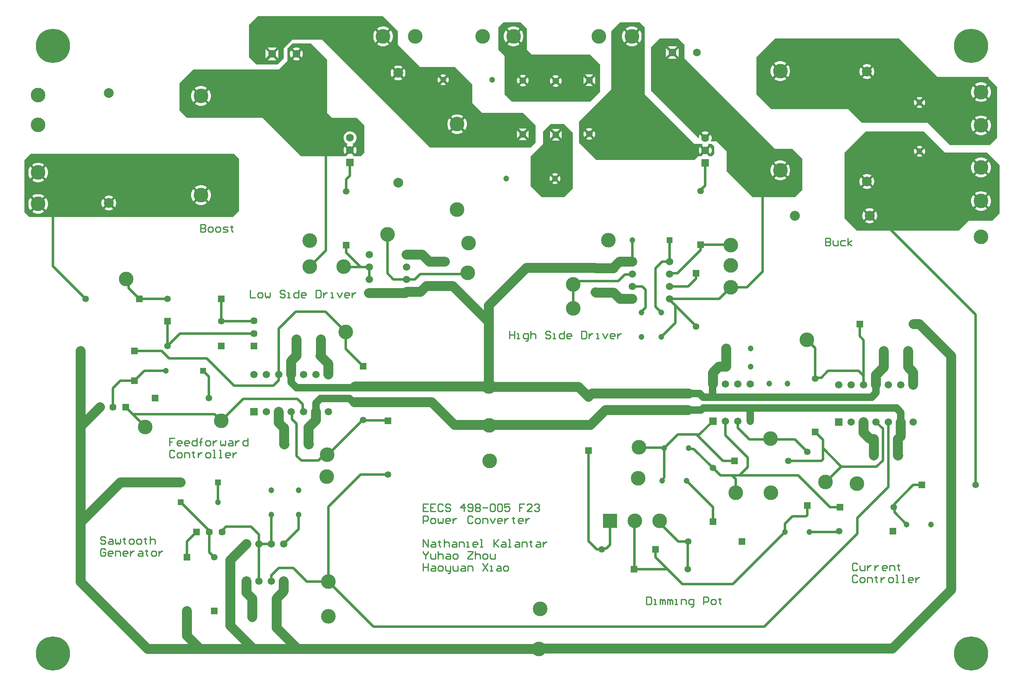
<source format=gtl>
G04*
G04 #@! TF.GenerationSoftware,Altium Limited,Altium Designer,23.2.1 (34)*
G04*
G04 Layer_Physical_Order=1*
G04 Layer_Color=255*
%FSLAX25Y25*%
%MOIN*%
G70*
G04*
G04 #@! TF.SameCoordinates,DA7EF934-4F24-4E62-B854-A3F0A750DD12*
G04*
G04*
G04 #@! TF.FilePolarity,Positive*
G04*
G01*
G75*
%ADD10C,0.08000*%
%ADD11C,0.02000*%
%ADD12C,0.06000*%
%ADD13C,0.01000*%
%ADD14C,0.11811*%
%ADD15C,0.04724*%
%ADD16R,0.05315X0.05315*%
%ADD17C,0.05315*%
%ADD18C,0.07874*%
%ADD19C,0.06299*%
%ADD20R,0.06299X0.06299*%
%ADD21R,0.06299X0.06299*%
%ADD22R,0.05709X0.05709*%
%ADD23C,0.05709*%
%ADD24R,0.05709X0.05709*%
%ADD25R,0.05315X0.05315*%
%ADD26R,0.05906X0.05906*%
%ADD27C,0.05906*%
%ADD28R,0.11811X0.11811*%
%ADD29R,0.04724X0.04724*%
%ADD30R,0.05906X0.05906*%
%ADD31C,0.27559*%
%ADD32C,0.08000*%
G36*
X422000Y544000D02*
Y527000D01*
X426000Y523000D01*
X473000D01*
X481000Y515000D01*
Y493000D01*
X473000Y485000D01*
X410000D01*
X404000Y491000D01*
Y522000D01*
X399000Y527000D01*
Y545000D01*
X403000Y549000D01*
X417000D01*
X422000Y544000D01*
D02*
G37*
G36*
X753000Y505000D02*
X794000D01*
Y504000D01*
X801000Y497000D01*
Y456000D01*
X795000Y450000D01*
X763000D01*
X745000Y468000D01*
X692000D01*
X681000Y479000D01*
X619000D01*
X607000Y491000D01*
Y521000D01*
X622000Y536000D01*
X722000D01*
X753000Y505000D01*
D02*
G37*
G36*
X318000Y542000D02*
Y531000D01*
X336000Y513000D01*
X364000D01*
X378000Y499000D01*
Y484000D01*
X386000Y476000D01*
X419000D01*
X429000Y466000D01*
Y452000D01*
X425000Y448000D01*
X344000D01*
X257000Y535000D01*
X233000D01*
X226000Y528000D01*
X226000Y520000D01*
X221000Y515000D01*
X204000D01*
X198000Y521000D01*
Y547000D01*
X205000Y554000D01*
X306000Y554000D01*
X318000Y542000D01*
D02*
G37*
G36*
X517000Y545000D02*
Y491000D01*
X557000Y451000D01*
X563407D01*
X563541Y450500D01*
X562827Y450087D01*
X565700Y447214D01*
X568573Y450087D01*
X567859Y450500D01*
X567993Y451000D01*
X571000D01*
X573000Y449000D01*
X573000Y443000D01*
X571000Y441000D01*
X568685D01*
X568551Y441500D01*
X568573Y441513D01*
X565700Y444386D01*
X562827Y441513D01*
X562849Y441500D01*
X562715Y441000D01*
X560000D01*
X557000Y438000D01*
X478000D01*
X464000Y452000D01*
Y469000D01*
X490000Y495000D01*
Y542000D01*
X497000Y549000D01*
X513000D01*
X517000Y545000D01*
D02*
G37*
G36*
X261000Y519000D02*
Y476000D01*
X265000Y472000D01*
X285000D01*
X291000Y466000D01*
Y444000D01*
X288000Y441000D01*
X284550D01*
Y441050D01*
X282298D01*
X282164Y441550D01*
X282273Y441613D01*
X279400Y444486D01*
X276527Y441613D01*
X276636Y441550D01*
X276502Y441050D01*
X274250D01*
Y441000D01*
X240000Y441000D01*
X209000Y472000D01*
X175000Y472000D01*
X148000D01*
X142000Y478000D01*
Y500000D01*
X153000Y511000D01*
X222000D01*
X229000Y518000D01*
Y528000D01*
X233000Y532000D01*
X248000D01*
X261000Y519000D01*
D02*
G37*
G36*
X549000Y531000D02*
Y520000D01*
X622000Y447000D01*
X636000D01*
X644000Y439000D01*
Y414000D01*
X638000Y408000D01*
X604000D01*
X583000Y429000D01*
Y445000D01*
X575000Y453000D01*
X570530D01*
X570280Y453433D01*
X570499Y453812D01*
X570850Y455122D01*
Y456478D01*
X570499Y457788D01*
X569987Y458673D01*
X566407Y455093D01*
X565700Y455800D01*
X564993Y455093D01*
X561413Y458673D01*
X560901Y457788D01*
X560550Y456478D01*
Y455614D01*
X560533Y455583D01*
X560050Y455343D01*
X560000Y455382D01*
Y456000D01*
X522000Y494000D01*
Y529000D01*
X529000Y536000D01*
X544000D01*
X549000Y531000D01*
D02*
G37*
G36*
X459000Y460000D02*
Y415000D01*
X452000Y408000D01*
X434000D01*
X425000Y417000D01*
Y441000D01*
X435000Y451000D01*
Y461000D01*
X441000Y467000D01*
X452000D01*
X459000Y460000D01*
D02*
G37*
G36*
X190000Y439000D02*
Y397000D01*
X185000Y392000D01*
X21000D01*
X17000Y396000D01*
Y438000D01*
X22000Y443000D01*
X186000D01*
X190000Y439000D01*
D02*
G37*
G36*
X759000Y444000D02*
X793000D01*
X803000Y434000D01*
Y395000D01*
X797000Y389000D01*
X778000D01*
X770000Y381000D01*
X688000D01*
X678000Y391000D01*
Y444000D01*
X695000Y461000D01*
X742000D01*
X759000Y444000D01*
D02*
G37*
%LPC*%
G36*
X411979Y545606D02*
X410421D01*
X408894Y545302D01*
X407455Y544706D01*
X406348Y543966D01*
X411200Y539114D01*
X416052Y543966D01*
X414945Y544706D01*
X413506Y545302D01*
X411979Y545606D01*
D02*
G37*
G36*
X417466Y542552D02*
X412614Y537700D01*
X417466Y532848D01*
X418206Y533955D01*
X418802Y535394D01*
X419105Y536921D01*
Y538479D01*
X418802Y540006D01*
X418206Y541445D01*
X417466Y542552D01*
D02*
G37*
G36*
X404934Y542552D02*
X404194Y541445D01*
X403598Y540006D01*
X403295Y538479D01*
Y536921D01*
X403598Y535394D01*
X404194Y533955D01*
X404934Y532848D01*
X409786Y537700D01*
X404934Y542552D01*
D02*
G37*
G36*
X411200Y536286D02*
X406348Y531434D01*
X407455Y530694D01*
X408894Y530098D01*
X410421Y529795D01*
X411979D01*
X413506Y530098D01*
X414945Y530694D01*
X416052Y531434D01*
X411200Y536286D01*
D02*
G37*
G36*
X475443Y506911D02*
X468957D01*
X472200Y503668D01*
X475443Y506911D01*
D02*
G37*
G36*
X419413Y506811D02*
X418187D01*
X417002Y506494D01*
X416287Y506081D01*
X418800Y503568D01*
X421313Y506081D01*
X420598Y506494D01*
X419413Y506811D01*
D02*
G37*
G36*
X445813Y506411D02*
X444587D01*
X443402Y506094D01*
X442687Y505681D01*
X445200Y503168D01*
X447713Y505681D01*
X446998Y506094D01*
X445813Y506411D01*
D02*
G37*
G36*
X414873Y504666D02*
X414460Y503951D01*
X414143Y502767D01*
Y501540D01*
X414460Y500356D01*
X414873Y499641D01*
X417386Y502153D01*
X414873Y504666D01*
D02*
G37*
G36*
X422727Y504667D02*
X420214Y502153D01*
X422727Y499641D01*
X423140Y500356D01*
X423457Y501540D01*
Y502767D01*
X423140Y503951D01*
X422727Y504667D01*
D02*
G37*
G36*
X441273Y504266D02*
X440860Y503551D01*
X440543Y502367D01*
Y501140D01*
X440860Y499956D01*
X441273Y499241D01*
X443786Y501754D01*
X441273Y504266D01*
D02*
G37*
G36*
X449127Y504267D02*
X446614Y501754D01*
X449127Y499241D01*
X449540Y499956D01*
X449858Y501140D01*
Y502367D01*
X449540Y503551D01*
X449127Y504267D01*
D02*
G37*
G36*
X476858Y505497D02*
X473614Y502253D01*
X476858Y499010D01*
Y505497D01*
D02*
G37*
G36*
X467543Y505497D02*
Y499010D01*
X470786Y502253D01*
X467543Y505497D01*
D02*
G37*
G36*
X472200Y500839D02*
X468957Y497596D01*
X475443D01*
X472200Y500839D01*
D02*
G37*
G36*
X418800Y500739D02*
X416287Y498226D01*
X417002Y497814D01*
X418187Y497496D01*
X419413D01*
X420598Y497814D01*
X421313Y498226D01*
X418800Y500739D01*
D02*
G37*
G36*
X445200Y500339D02*
X442687Y497826D01*
X443402Y497413D01*
X444587Y497096D01*
X445813D01*
X446998Y497413D01*
X447713Y497826D01*
X445200Y500339D01*
D02*
G37*
G36*
X626979Y517605D02*
X625421D01*
X623894Y517302D01*
X622455Y516706D01*
X621348Y515966D01*
X626200Y511114D01*
X631052Y515966D01*
X629945Y516706D01*
X628506Y517302D01*
X626979Y517605D01*
D02*
G37*
G36*
X696685Y515228D02*
X695515D01*
X694368Y515000D01*
X693288Y514553D01*
X692667Y514138D01*
X696100Y510706D01*
X699533Y514138D01*
X698912Y514553D01*
X697832Y515000D01*
X696685Y515228D01*
D02*
G37*
G36*
X691253Y512724D02*
X690839Y512104D01*
X690391Y511023D01*
X690163Y509876D01*
Y508707D01*
X690391Y507560D01*
X690839Y506479D01*
X691253Y505859D01*
X694686Y509291D01*
X691253Y512724D01*
D02*
G37*
G36*
X700947Y512724D02*
X697514Y509291D01*
X700947Y505859D01*
X701361Y506479D01*
X701809Y507560D01*
X702037Y508707D01*
Y509876D01*
X701809Y511023D01*
X701361Y512104D01*
X700947Y512724D01*
D02*
G37*
G36*
X632466Y514552D02*
X627614Y509700D01*
X632466Y504848D01*
X633206Y505955D01*
X633802Y507394D01*
X634105Y508921D01*
Y510479D01*
X633802Y512006D01*
X633206Y513445D01*
X632466Y514552D01*
D02*
G37*
G36*
X619934D02*
X619194Y513445D01*
X618598Y512006D01*
X618294Y510479D01*
Y508921D01*
X618598Y507394D01*
X619194Y505955D01*
X619934Y504848D01*
X624786Y509700D01*
X619934Y514552D01*
D02*
G37*
G36*
X696100Y507877D02*
X692667Y504445D01*
X693288Y504030D01*
X694368Y503582D01*
X695515Y503354D01*
X696685D01*
X697832Y503582D01*
X698912Y504030D01*
X699533Y504445D01*
X696100Y507877D01*
D02*
G37*
G36*
X626200Y508286D02*
X621348Y503434D01*
X622455Y502694D01*
X623894Y502098D01*
X625421Y501794D01*
X626979D01*
X628506Y502098D01*
X629945Y502694D01*
X631052Y503434D01*
X626200Y508286D01*
D02*
G37*
G36*
X788779Y500705D02*
X787221D01*
X785694Y500402D01*
X784255Y499806D01*
X783148Y499066D01*
X788000Y494214D01*
X792852Y499066D01*
X791745Y499806D01*
X790306Y500402D01*
X788779Y500705D01*
D02*
G37*
G36*
X794266Y497652D02*
X789414Y492800D01*
X794266Y487948D01*
X795006Y489055D01*
X795602Y490494D01*
X795905Y492021D01*
Y493579D01*
X795602Y495106D01*
X795006Y496545D01*
X794266Y497652D01*
D02*
G37*
G36*
X781734Y497652D02*
X780994Y496545D01*
X780398Y495106D01*
X780094Y493579D01*
Y492021D01*
X780398Y490494D01*
X780994Y489055D01*
X781734Y487948D01*
X786586Y492800D01*
X781734Y497652D01*
D02*
G37*
G36*
X739074Y488832D02*
X737926D01*
X736816Y488535D01*
X736203Y488181D01*
X738500Y485884D01*
X740797Y488181D01*
X740184Y488535D01*
X739074Y488832D01*
D02*
G37*
G36*
X788000Y491386D02*
X783148Y486534D01*
X784255Y485794D01*
X785694Y485198D01*
X787221Y484895D01*
X788779D01*
X790306Y485198D01*
X791745Y485794D01*
X792852Y486534D01*
X788000Y491386D01*
D02*
G37*
G36*
X742211Y486767D02*
X739914Y484470D01*
X742211Y482173D01*
X742565Y482786D01*
X742862Y483896D01*
Y485044D01*
X742565Y486154D01*
X742211Y486767D01*
D02*
G37*
G36*
X734789D02*
X734435Y486154D01*
X734138Y485044D01*
Y483896D01*
X734435Y482786D01*
X734789Y482173D01*
X737086Y484470D01*
X734789Y486767D01*
D02*
G37*
G36*
X738500Y483056D02*
X736203Y480759D01*
X736816Y480405D01*
X737926Y480108D01*
X739074D01*
X740184Y480405D01*
X740797Y480759D01*
X738500Y483056D01*
D02*
G37*
G36*
X788779Y473806D02*
X787221D01*
X785694Y473502D01*
X784255Y472906D01*
X783148Y472166D01*
X788000Y467314D01*
X792852Y472166D01*
X791745Y472906D01*
X790306Y473502D01*
X788779Y473806D01*
D02*
G37*
G36*
X794266Y470752D02*
X789414Y465900D01*
X794266Y461048D01*
X795006Y462155D01*
X795602Y463594D01*
X795905Y465121D01*
Y466679D01*
X795602Y468206D01*
X795006Y469645D01*
X794266Y470752D01*
D02*
G37*
G36*
X781734Y470752D02*
X780994Y469645D01*
X780398Y468206D01*
X780094Y466679D01*
Y465121D01*
X780398Y463594D01*
X780994Y462155D01*
X781734Y461048D01*
X786586Y465900D01*
X781734Y470752D01*
D02*
G37*
G36*
X788000Y464486D02*
X783148Y459634D01*
X784255Y458894D01*
X785694Y458298D01*
X787221Y457995D01*
X788779D01*
X790306Y458298D01*
X791745Y458894D01*
X792852Y459634D01*
X788000Y464486D01*
D02*
G37*
G36*
X306879Y545606D02*
X305321D01*
X303794Y545302D01*
X302355Y544706D01*
X301248Y543966D01*
X306100Y539114D01*
X310952Y543966D01*
X309845Y544706D01*
X308406Y545302D01*
X306879Y545606D01*
D02*
G37*
G36*
X312366Y542552D02*
X307514Y537700D01*
X312366Y532848D01*
X313106Y533955D01*
X313702Y535394D01*
X314005Y536921D01*
Y538479D01*
X313702Y540006D01*
X313106Y541445D01*
X312366Y542552D01*
D02*
G37*
G36*
X299834Y542552D02*
X299094Y541445D01*
X298498Y540006D01*
X298195Y538479D01*
Y536921D01*
X298498Y535394D01*
X299094Y533955D01*
X299834Y532848D01*
X304686Y537700D01*
X299834Y542552D01*
D02*
G37*
G36*
X306100Y536286D02*
X301248Y531434D01*
X302355Y530694D01*
X303794Y530098D01*
X305321Y529795D01*
X306879D01*
X308406Y530098D01*
X309845Y530694D01*
X310952Y531434D01*
X306100Y536286D01*
D02*
G37*
G36*
X220350Y528750D02*
X212880D01*
X216615Y525014D01*
X220350Y528750D01*
D02*
G37*
G36*
X221765Y527335D02*
X218029Y523600D01*
X221765Y519865D01*
Y527335D01*
D02*
G37*
G36*
X211465Y527335D02*
Y519865D01*
X215201Y523600D01*
X211465Y527335D01*
D02*
G37*
G36*
X216615Y522186D02*
X212880Y518450D01*
X220350D01*
X216615Y522186D01*
D02*
G37*
G36*
X318785Y514128D02*
X317615D01*
X316468Y513900D01*
X315388Y513453D01*
X314767Y513038D01*
X318200Y509606D01*
X321633Y513038D01*
X321012Y513453D01*
X319932Y513900D01*
X318785Y514128D01*
D02*
G37*
G36*
X313353Y511624D02*
X312939Y511004D01*
X312491Y509923D01*
X312263Y508776D01*
Y507607D01*
X312491Y506460D01*
X312939Y505379D01*
X313353Y504759D01*
X316786Y508191D01*
X313353Y511624D01*
D02*
G37*
G36*
X323047Y511624D02*
X319614Y508191D01*
X323047Y504759D01*
X323461Y505379D01*
X323909Y506460D01*
X324137Y507607D01*
Y508776D01*
X323909Y509923D01*
X323461Y511004D01*
X323047Y511624D01*
D02*
G37*
G36*
X355089Y506962D02*
X353941D01*
X352831Y506665D01*
X352218Y506311D01*
X354515Y504014D01*
X356812Y506311D01*
X356199Y506665D01*
X355089Y506962D01*
D02*
G37*
G36*
X318200Y506777D02*
X314767Y503344D01*
X315388Y502930D01*
X316468Y502483D01*
X317615Y502254D01*
X318785D01*
X319932Y502483D01*
X321012Y502930D01*
X321633Y503344D01*
X318200Y506777D01*
D02*
G37*
G36*
X358226Y504897D02*
X355929Y502600D01*
X358226Y500303D01*
X358580Y500916D01*
X358877Y502026D01*
Y503174D01*
X358580Y504284D01*
X358226Y504897D01*
D02*
G37*
G36*
X350804Y504897D02*
X350450Y504284D01*
X350153Y503174D01*
Y502026D01*
X350450Y500916D01*
X350804Y500303D01*
X353101Y502600D01*
X350804Y504897D01*
D02*
G37*
G36*
X354515Y501186D02*
X352218Y498889D01*
X352831Y498535D01*
X353941Y498238D01*
X355089D01*
X356199Y498535D01*
X356812Y498889D01*
X354515Y501186D01*
D02*
G37*
G36*
X366579Y474805D02*
X365021D01*
X363494Y474502D01*
X362055Y473906D01*
X360948Y473166D01*
X365800Y468314D01*
X370652Y473166D01*
X369545Y473906D01*
X368106Y474502D01*
X366579Y474805D01*
D02*
G37*
G36*
X359534Y471752D02*
X358794Y470645D01*
X358198Y469206D01*
X357894Y467679D01*
Y466121D01*
X358198Y464594D01*
X358794Y463155D01*
X359534Y462048D01*
X364386Y466900D01*
X359534Y471752D01*
D02*
G37*
G36*
X372066Y471752D02*
X367214Y466900D01*
X372066Y462048D01*
X372806Y463155D01*
X373402Y464594D01*
X373706Y466121D01*
Y467679D01*
X373402Y469206D01*
X372806Y470645D01*
X372066Y471752D01*
D02*
G37*
G36*
X422043Y463504D02*
X415557D01*
X418800Y460261D01*
X422043Y463504D01*
D02*
G37*
G36*
X365800Y465486D02*
X360948Y460634D01*
X362055Y459894D01*
X363494Y459298D01*
X365021Y458994D01*
X366579D01*
X368106Y459298D01*
X369545Y459894D01*
X370652Y460634D01*
X365800Y465486D01*
D02*
G37*
G36*
X423457Y462090D02*
X420214Y458847D01*
X423457Y455603D01*
Y462090D01*
D02*
G37*
G36*
X414143Y462090D02*
Y455603D01*
X417386Y458847D01*
X414143Y462090D01*
D02*
G37*
G36*
X418800Y457432D02*
X415557Y454189D01*
X422043D01*
X418800Y457432D01*
D02*
G37*
G36*
X507379Y545606D02*
X505821D01*
X504294Y545302D01*
X502855Y544706D01*
X501748Y543966D01*
X506600Y539114D01*
X511452Y543966D01*
X510345Y544706D01*
X508906Y545302D01*
X507379Y545606D01*
D02*
G37*
G36*
X512866Y542552D02*
X508014Y537700D01*
X512866Y532848D01*
X513606Y533955D01*
X514202Y535394D01*
X514505Y536921D01*
Y538479D01*
X514202Y540006D01*
X513606Y541445D01*
X512866Y542552D01*
D02*
G37*
G36*
X500334Y542552D02*
X499594Y541445D01*
X498998Y540006D01*
X498695Y538479D01*
Y536921D01*
X498998Y535394D01*
X499594Y533955D01*
X500334Y532848D01*
X505186Y537700D01*
X500334Y542552D01*
D02*
G37*
G36*
X506600Y536286D02*
X501748Y531434D01*
X502855Y530694D01*
X504294Y530098D01*
X505821Y529795D01*
X507379D01*
X508906Y530098D01*
X510345Y530694D01*
X511452Y531434D01*
X506600Y536286D01*
D02*
G37*
G36*
X472813Y463604D02*
X471587D01*
X470402Y463286D01*
X469687Y462874D01*
X472200Y460361D01*
X474713Y462874D01*
X473998Y463286D01*
X472813Y463604D01*
D02*
G37*
G36*
X468273Y461459D02*
X467860Y460744D01*
X467543Y459560D01*
Y458333D01*
X467860Y457149D01*
X468273Y456434D01*
X470786Y458947D01*
X468273Y461459D01*
D02*
G37*
G36*
X476127Y461459D02*
X473614Y458947D01*
X476127Y456433D01*
X476540Y457149D01*
X476858Y458333D01*
Y459560D01*
X476540Y460744D01*
X476127Y461459D01*
D02*
G37*
G36*
X472200Y457532D02*
X469687Y455019D01*
X470402Y454606D01*
X471587Y454289D01*
X472813D01*
X473998Y454606D01*
X474713Y455019D01*
X472200Y457532D01*
D02*
G37*
G36*
X561413Y448673D02*
X560901Y447788D01*
X560550Y446478D01*
Y445122D01*
X560901Y443812D01*
X561413Y442927D01*
X564286Y445800D01*
X561413Y448673D01*
D02*
G37*
G36*
X569987Y448673D02*
X567114Y445800D01*
X569987Y442927D01*
X570499Y443812D01*
X570850Y445122D01*
Y446478D01*
X570499Y447788D01*
X569987Y448673D01*
D02*
G37*
G36*
X236978Y528750D02*
X235622D01*
X234312Y528399D01*
X233427Y527887D01*
X236300Y525014D01*
X239173Y527887D01*
X238288Y528399D01*
X236978Y528750D01*
D02*
G37*
G36*
X240587Y526473D02*
X237714Y523600D01*
X240587Y520727D01*
X241099Y521612D01*
X241450Y522922D01*
Y524278D01*
X241099Y525588D01*
X240587Y526473D01*
D02*
G37*
G36*
X232013Y526473D02*
X231501Y525588D01*
X231150Y524278D01*
Y522922D01*
X231501Y521612D01*
X232013Y520727D01*
X234886Y523600D01*
X232013Y526473D01*
D02*
G37*
G36*
X236300Y522186D02*
X233427Y519313D01*
X234312Y518801D01*
X235622Y518450D01*
X236978D01*
X238288Y518801D01*
X239173Y519313D01*
X236300Y522186D01*
D02*
G37*
G36*
X160079Y497606D02*
X158521D01*
X156994Y497302D01*
X155555Y496706D01*
X154448Y495966D01*
X159300Y491114D01*
X164152Y495966D01*
X163045Y496706D01*
X161606Y497302D01*
X160079Y497606D01*
D02*
G37*
G36*
X165566Y494552D02*
X160714Y489700D01*
X165566Y484848D01*
X166306Y485955D01*
X166902Y487394D01*
X167206Y488921D01*
Y490479D01*
X166902Y492006D01*
X166306Y493445D01*
X165566Y494552D01*
D02*
G37*
G36*
X153034D02*
X152294Y493445D01*
X151698Y492006D01*
X151394Y490479D01*
Y488921D01*
X151698Y487394D01*
X152294Y485955D01*
X153034Y484848D01*
X157886Y489700D01*
X153034Y494552D01*
D02*
G37*
G36*
X159300Y488286D02*
X154448Y483434D01*
X155555Y482694D01*
X156994Y482098D01*
X158521Y481795D01*
X160079D01*
X161606Y482098D01*
X163045Y482694D01*
X164152Y483434D01*
X159300Y488286D01*
D02*
G37*
G36*
X280078Y461050D02*
X278722D01*
X277412Y460699D01*
X276238Y460021D01*
X275279Y459062D01*
X274601Y457888D01*
X274250Y456578D01*
Y455222D01*
X274601Y453912D01*
X275279Y452738D01*
X276238Y451779D01*
X277279Y451178D01*
X277323Y451019D01*
Y450781D01*
X277279Y450622D01*
X276527Y450187D01*
X279400Y447314D01*
X282273Y450187D01*
X281521Y450622D01*
X281477Y450781D01*
Y451019D01*
X281521Y451178D01*
X282562Y451779D01*
X283521Y452738D01*
X284199Y453912D01*
X284550Y455222D01*
Y456578D01*
X284199Y457888D01*
X283521Y459062D01*
X282562Y460021D01*
X281388Y460699D01*
X280078Y461050D01*
D02*
G37*
G36*
X275113Y448773D02*
X274601Y447888D01*
X274250Y446578D01*
Y445222D01*
X274601Y443912D01*
X275113Y443027D01*
X277986Y445900D01*
X275113Y448773D01*
D02*
G37*
G36*
X283687Y448773D02*
X280814Y445900D01*
X283687Y443027D01*
X284199Y443912D01*
X284550Y445222D01*
Y446578D01*
X284199Y447888D01*
X283687Y448773D01*
D02*
G37*
G36*
X542935Y529850D02*
X535465D01*
X539200Y526114D01*
X542935Y529850D01*
D02*
G37*
G36*
X544350Y528435D02*
X540614Y524700D01*
X544350Y520965D01*
Y528435D01*
D02*
G37*
G36*
X534050Y528435D02*
Y520965D01*
X537786Y524700D01*
X534050Y528435D01*
D02*
G37*
G36*
X539200Y523286D02*
X535465Y519550D01*
X542935D01*
X539200Y523286D01*
D02*
G37*
G36*
X566378Y460950D02*
X565022D01*
X563712Y460599D01*
X562827Y460087D01*
X565700Y457214D01*
X568573Y460087D01*
X567688Y460599D01*
X566378Y460950D01*
D02*
G37*
G36*
X626979Y437605D02*
X625421D01*
X623894Y437302D01*
X622455Y436706D01*
X621348Y435966D01*
X626200Y431114D01*
X631052Y435966D01*
X629945Y436706D01*
X628506Y437302D01*
X626979Y437605D01*
D02*
G37*
G36*
X632466Y434552D02*
X627614Y429700D01*
X632466Y424848D01*
X633206Y425955D01*
X633802Y427394D01*
X634105Y428921D01*
Y430479D01*
X633802Y432006D01*
X633206Y433445D01*
X632466Y434552D01*
D02*
G37*
G36*
X619934D02*
X619194Y433445D01*
X618598Y432006D01*
X618294Y430479D01*
Y428921D01*
X618598Y427394D01*
X619194Y425955D01*
X619934Y424848D01*
X624786Y429700D01*
X619934Y434552D01*
D02*
G37*
G36*
X626200Y428286D02*
X621348Y423434D01*
X622455Y422694D01*
X623894Y422098D01*
X625421Y421795D01*
X626979D01*
X628506Y422098D01*
X629945Y422694D01*
X631052Y423434D01*
X626200Y428286D01*
D02*
G37*
G36*
X448443Y463104D02*
X441957D01*
X445200Y459861D01*
X448443Y463104D01*
D02*
G37*
G36*
X449858Y461690D02*
X446614Y458447D01*
X449858Y455203D01*
Y461690D01*
D02*
G37*
G36*
X440543Y461690D02*
Y455203D01*
X443786Y458447D01*
X440543Y461690D01*
D02*
G37*
G36*
X445200Y457032D02*
X441957Y453789D01*
X448443D01*
X445200Y457032D01*
D02*
G37*
G36*
X445159Y427362D02*
X444011D01*
X442901Y427065D01*
X442288Y426711D01*
X444585Y424414D01*
X446882Y426711D01*
X446269Y427065D01*
X445159Y427362D01*
D02*
G37*
G36*
X440874Y425297D02*
X440520Y424684D01*
X440223Y423574D01*
Y422426D01*
X440520Y421316D01*
X440874Y420703D01*
X443171Y423000D01*
X440874Y425297D01*
D02*
G37*
G36*
X448296D02*
X445999Y423000D01*
X448296Y420703D01*
X448650Y421316D01*
X448947Y422426D01*
Y423574D01*
X448650Y424684D01*
X448296Y425297D01*
D02*
G37*
G36*
X444585Y421586D02*
X442288Y419289D01*
X442901Y418935D01*
X444011Y418638D01*
X445159D01*
X446269Y418935D01*
X446882Y419289D01*
X444585Y421586D01*
D02*
G37*
G36*
X28879Y435806D02*
X27321D01*
X25794Y435502D01*
X24355Y434906D01*
X23248Y434166D01*
X28100Y429314D01*
X32952Y434166D01*
X31845Y434906D01*
X30406Y435502D01*
X28879Y435806D01*
D02*
G37*
G36*
X34366Y432752D02*
X29514Y427900D01*
X34366Y423048D01*
X35106Y424155D01*
X35702Y425594D01*
X36005Y427121D01*
Y428679D01*
X35702Y430206D01*
X35106Y431645D01*
X34366Y432752D01*
D02*
G37*
G36*
X21834Y432752D02*
X21094Y431645D01*
X20498Y430206D01*
X20195Y428679D01*
Y427121D01*
X20498Y425594D01*
X21094Y424155D01*
X21834Y423048D01*
X26686Y427900D01*
X21834Y432752D01*
D02*
G37*
G36*
X28100Y426486D02*
X23248Y421634D01*
X24355Y420894D01*
X25794Y420298D01*
X27321Y419994D01*
X28879D01*
X30406Y420298D01*
X31845Y420894D01*
X32952Y421634D01*
X28100Y426486D01*
D02*
G37*
G36*
X160079Y417605D02*
X158521D01*
X156994Y417302D01*
X155555Y416706D01*
X154448Y415966D01*
X159300Y411114D01*
X164152Y415966D01*
X163045Y416706D01*
X161606Y417302D01*
X160079Y417605D01*
D02*
G37*
G36*
X165566Y414552D02*
X160714Y409700D01*
X165566Y404848D01*
X166306Y405955D01*
X166902Y407394D01*
X167206Y408921D01*
Y410479D01*
X166902Y412006D01*
X166306Y413445D01*
X165566Y414552D01*
D02*
G37*
G36*
X153034D02*
X152294Y413445D01*
X151698Y412006D01*
X151394Y410479D01*
Y408921D01*
X151698Y407394D01*
X152294Y405955D01*
X153034Y404848D01*
X157886Y409700D01*
X153034Y414552D01*
D02*
G37*
G36*
X85685Y409246D02*
X84515D01*
X83368Y409018D01*
X82288Y408570D01*
X81667Y408155D01*
X85100Y404723D01*
X88533Y408155D01*
X87912Y408570D01*
X86832Y409018D01*
X85685Y409246D01*
D02*
G37*
G36*
X28879Y410505D02*
X27321D01*
X25794Y410202D01*
X24355Y409606D01*
X23248Y408866D01*
X28100Y404014D01*
X32952Y408866D01*
X31845Y409606D01*
X30406Y410202D01*
X28879Y410505D01*
D02*
G37*
G36*
X159300Y408286D02*
X154448Y403434D01*
X155555Y402694D01*
X156994Y402098D01*
X158521Y401794D01*
X160079D01*
X161606Y402098D01*
X163045Y402694D01*
X164152Y403434D01*
X159300Y408286D01*
D02*
G37*
G36*
X80253Y406741D02*
X79839Y406121D01*
X79391Y405040D01*
X79163Y403893D01*
Y402724D01*
X79391Y401577D01*
X79839Y400496D01*
X80253Y399876D01*
X83686Y403309D01*
X80253Y406741D01*
D02*
G37*
G36*
X89947Y406741D02*
X86514Y403309D01*
X89947Y399876D01*
X90361Y400496D01*
X90809Y401577D01*
X91037Y402724D01*
Y403893D01*
X90809Y405040D01*
X90361Y406121D01*
X89947Y406741D01*
D02*
G37*
G36*
X34366Y407452D02*
X29514Y402600D01*
X34366Y397748D01*
X35106Y398855D01*
X35702Y400294D01*
X36005Y401821D01*
Y403379D01*
X35702Y404906D01*
X35106Y406345D01*
X34366Y407452D01*
D02*
G37*
G36*
X21834Y407452D02*
X21094Y406345D01*
X20498Y404906D01*
X20195Y403379D01*
Y401821D01*
X20498Y400294D01*
X21094Y398855D01*
X21834Y397748D01*
X26686Y402600D01*
X21834Y407452D01*
D02*
G37*
G36*
X85100Y401894D02*
X81667Y398462D01*
X82288Y398047D01*
X83368Y397600D01*
X84515Y397372D01*
X85685D01*
X86832Y397600D01*
X87912Y398047D01*
X88533Y398462D01*
X85100Y401894D01*
D02*
G37*
G36*
X28100Y401186D02*
X23248Y396334D01*
X24355Y395594D01*
X25794Y394998D01*
X27321Y394694D01*
X28879D01*
X30406Y394998D01*
X31845Y395594D01*
X32952Y396334D01*
X28100Y401186D01*
D02*
G37*
G36*
X739074Y449462D02*
X737926D01*
X736816Y449165D01*
X736203Y448811D01*
X738500Y446514D01*
X740797Y448811D01*
X740184Y449165D01*
X739074Y449462D01*
D02*
G37*
G36*
X742211Y447397D02*
X739914Y445100D01*
X742211Y442803D01*
X742565Y443416D01*
X742862Y444526D01*
Y445674D01*
X742565Y446784D01*
X742211Y447397D01*
D02*
G37*
G36*
X734789D02*
X734435Y446784D01*
X734138Y445674D01*
Y444526D01*
X734435Y443416D01*
X734789Y442803D01*
X737086Y445100D01*
X734789Y447397D01*
D02*
G37*
G36*
X738500Y443686D02*
X736203Y441389D01*
X736816Y441035D01*
X737926Y440738D01*
X739074D01*
X740184Y441035D01*
X740797Y441389D01*
X738500Y443686D01*
D02*
G37*
G36*
X788779Y439906D02*
X787221D01*
X785694Y439602D01*
X784255Y439006D01*
X783148Y438266D01*
X788000Y433414D01*
X792852Y438266D01*
X791745Y439006D01*
X790306Y439602D01*
X788779Y439906D01*
D02*
G37*
G36*
X794266Y436852D02*
X789414Y432000D01*
X794266Y427148D01*
X795006Y428255D01*
X795602Y429694D01*
X795905Y431221D01*
Y432779D01*
X795602Y434306D01*
X795006Y435745D01*
X794266Y436852D01*
D02*
G37*
G36*
X781734Y436852D02*
X780994Y435745D01*
X780398Y434306D01*
X780094Y432779D01*
Y431221D01*
X780398Y429694D01*
X780994Y428255D01*
X781734Y427148D01*
X786586Y432000D01*
X781734Y436852D01*
D02*
G37*
G36*
X788000Y430586D02*
X783148Y425734D01*
X784255Y424994D01*
X785694Y424398D01*
X787221Y424094D01*
X788779D01*
X790306Y424398D01*
X791745Y424994D01*
X792852Y425734D01*
X788000Y430586D01*
D02*
G37*
G36*
X696685Y426646D02*
X695515D01*
X694368Y426417D01*
X693288Y425970D01*
X692667Y425556D01*
X696100Y422123D01*
X699533Y425556D01*
X698912Y425970D01*
X697832Y426417D01*
X696685Y426646D01*
D02*
G37*
G36*
X700947Y424141D02*
X697514Y420709D01*
X700947Y417276D01*
X701361Y417896D01*
X701809Y418977D01*
X702037Y420124D01*
Y421293D01*
X701809Y422440D01*
X701361Y423521D01*
X700947Y424141D01*
D02*
G37*
G36*
X691253Y424141D02*
X690839Y423521D01*
X690391Y422440D01*
X690163Y421293D01*
Y420124D01*
X690391Y418977D01*
X690839Y417896D01*
X691253Y417276D01*
X694686Y420709D01*
X691253Y424141D01*
D02*
G37*
G36*
X696100Y419294D02*
X692667Y415862D01*
X693288Y415447D01*
X694368Y415000D01*
X695515Y414772D01*
X696685D01*
X697832Y415000D01*
X698912Y415447D01*
X699533Y415862D01*
X696100Y419294D01*
D02*
G37*
G36*
X788779Y412806D02*
X787221D01*
X785694Y412502D01*
X784255Y411906D01*
X783148Y411166D01*
X788000Y406314D01*
X792852Y411166D01*
X791745Y411906D01*
X790306Y412502D01*
X788779Y412806D01*
D02*
G37*
G36*
X794266Y409752D02*
X789414Y404900D01*
X794266Y400048D01*
X795006Y401155D01*
X795602Y402594D01*
X795905Y404121D01*
Y405679D01*
X795602Y407206D01*
X795006Y408645D01*
X794266Y409752D01*
D02*
G37*
G36*
X781734Y409752D02*
X780994Y408645D01*
X780398Y407206D01*
X780094Y405679D01*
Y404121D01*
X780398Y402594D01*
X780994Y401155D01*
X781734Y400048D01*
X786586Y404900D01*
X781734Y409752D01*
D02*
G37*
G36*
X788000Y403486D02*
X783148Y398634D01*
X784255Y397894D01*
X785694Y397298D01*
X787221Y396994D01*
X788779D01*
X790306Y397298D01*
X791745Y397894D01*
X792852Y398634D01*
X788000Y403486D01*
D02*
G37*
G36*
X698891Y399100D02*
X697709D01*
X696550Y398869D01*
X695458Y398417D01*
X694822Y397992D01*
X698300Y394514D01*
X701778Y397992D01*
X701142Y398417D01*
X700050Y398869D01*
X698891Y399100D01*
D02*
G37*
G36*
X703192Y396578D02*
X699714Y393100D01*
X703192Y389622D01*
X703617Y390258D01*
X704069Y391350D01*
X704300Y392509D01*
Y393691D01*
X704069Y394850D01*
X703617Y395942D01*
X703192Y396578D01*
D02*
G37*
G36*
X693408D02*
X692983Y395942D01*
X692531Y394850D01*
X692300Y393691D01*
Y392509D01*
X692531Y391350D01*
X692983Y390258D01*
X693408Y389622D01*
X696886Y393100D01*
X693408Y396578D01*
D02*
G37*
G36*
X698300Y391686D02*
X694822Y388208D01*
X695458Y387783D01*
X696550Y387331D01*
X697709Y387100D01*
X698891D01*
X700050Y387331D01*
X701142Y387783D01*
X701778Y388208D01*
X698300Y391686D01*
D02*
G37*
%LPD*%
D10*
X764000Y91400D02*
Y280000D01*
X738400Y305600D02*
X764000Y280000D01*
X716600Y44000D02*
X764000Y91400D01*
X246042Y222200D02*
X252000Y228157D01*
X363800Y224200D02*
X473400D01*
X294600Y330847D02*
X324147D01*
X471600Y246954D02*
X474247Y249600D01*
X552700D01*
X485500Y236300D02*
X552100D01*
X473400Y224200D02*
X485500Y236300D01*
X345200Y242800D02*
X363800Y224200D01*
X283125Y242800D02*
X345200D01*
X283300Y255400D02*
X391500D01*
X391900Y255000D02*
X463553D01*
X391500Y255400D02*
X391900Y255000D01*
X463553D02*
X471600Y246954D01*
X246143Y208800D02*
Y222100D01*
Y208800D02*
X246242Y208700D01*
X226458Y208800D02*
Y222100D01*
Y208800D02*
X226557Y208700D01*
X337771Y361800D02*
X343429Y356142D01*
X255842Y280000D02*
X262000Y273843D01*
X729343Y270900D02*
X733500Y266742D01*
X729343Y270900D02*
X729443Y271000D01*
Y284100D01*
X709657Y270900D02*
X709758Y271000D01*
Y284100D01*
X733554Y305600D02*
X738400D01*
X391500Y320700D02*
X421842Y351043D01*
X477500D01*
X391500Y307300D02*
Y320700D01*
X220342Y69500D02*
Y84500D01*
X62347Y97654D02*
Y222983D01*
X693500Y218100D02*
X698600Y213000D01*
X701458D01*
X693500Y218100D02*
Y226800D01*
X721142Y199700D02*
X721243Y199600D01*
X721142Y199700D02*
Y213000D01*
X701557Y199600D02*
Y212900D01*
X701458Y213000D02*
X701557Y212900D01*
X582557Y285700D02*
X582758Y285900D01*
X582557Y271200D02*
Y285700D01*
X576686Y271200D02*
X582557D01*
X572000Y266514D02*
X576686Y271200D01*
X572000Y257500D02*
Y266514D01*
X703500Y256800D02*
Y264643D01*
X362343Y336457D02*
X391500Y307300D01*
Y255400D02*
Y307300D01*
X252000Y228157D02*
Y235000D01*
X255900Y280142D02*
Y293500D01*
Y280142D02*
X255943Y280100D01*
X236215Y293500D02*
X236258Y293458D01*
Y280100D02*
Y293458D01*
X477500Y331358D02*
X477700Y331157D01*
X492000D01*
X477500Y351043D02*
X477700Y350842D01*
X492000D01*
X432000Y44000D02*
X716600D01*
X62347Y222983D02*
X78164Y238800D01*
X356100Y336457D02*
X362343D01*
X341100D02*
X356100D01*
X232000Y265000D02*
Y275842D01*
X200700Y43600D02*
X237400D01*
X220342Y60658D02*
Y69500D01*
X237400Y43600D02*
X431800D01*
X220342Y60658D02*
X237400Y43600D01*
X200700D02*
Y44700D01*
X158800Y43600D02*
X200700D01*
X183100Y62300D02*
X200700Y44700D01*
X183100Y62300D02*
Y115328D01*
X196138Y128365D01*
X148000Y54400D02*
X158800Y43600D01*
X116400D02*
X158800D01*
X148000Y54400D02*
Y74347D01*
X62347Y97654D02*
X116400Y43600D01*
X226138Y90295D02*
Y98365D01*
X220342Y84500D02*
X226138Y90295D01*
X200658Y69500D02*
Y84500D01*
X196138Y89020D02*
Y98365D01*
Y89020D02*
X200658Y84500D01*
X703500Y264643D02*
X709657Y270800D01*
X733500Y256800D02*
Y266742D01*
X723500Y214957D02*
Y226800D01*
X336442Y331800D02*
X341100Y336457D01*
X325100Y331800D02*
X336442D01*
X324147Y330847D02*
X325100Y331800D01*
X63226Y146726D02*
X94500Y178000D01*
X142988D01*
X492000Y350842D02*
Y351314D01*
X496686Y356000D02*
X507000D01*
X492000Y351314D02*
X496686Y356000D01*
X232000Y275842D02*
X236157Y280000D01*
X497157Y326000D02*
X507000D01*
X492000Y331157D02*
X497157Y326000D01*
X325100Y361800D02*
X337771D01*
X343429Y356142D02*
X356100D01*
X262000Y265000D02*
Y273843D01*
X222000Y226157D02*
X226157Y222000D01*
X222000Y226157D02*
Y235000D01*
X62347Y222983D02*
Y260000D01*
Y284000D01*
D11*
X290000Y228346D02*
X290347Y228000D01*
X309653D01*
X310000Y227654D01*
X709000Y388000D02*
X783653Y313347D01*
Y176000D02*
Y313347D01*
X40000Y352346D02*
Y398000D01*
Y352346D02*
X66347Y326000D01*
X260000Y445000D02*
X261000Y446000D01*
X247000Y352000D02*
X260000Y365000D01*
Y445000D01*
X611000Y415000D02*
X612000Y414000D01*
Y348000D02*
Y414000D01*
X586400Y335400D02*
X599400D01*
X612000Y348000D01*
X586377Y369623D02*
X586500Y369500D01*
X562100Y369746D02*
X562223Y369623D01*
X586377D01*
X537000Y326000D02*
X577000D01*
X586400Y335400D01*
X632754Y195400D02*
X659428D01*
X660600Y196572D02*
Y205554D01*
X659428Y195400D02*
X660600Y196572D01*
X662954Y178200D02*
X675454Y190700D01*
X662800Y178200D02*
X662954D01*
X562100Y413054D02*
Y413854D01*
X565700Y417454D02*
Y435800D01*
X562100Y413854D02*
X565700Y417454D01*
X279400Y425201D02*
Y435900D01*
X276400Y412753D02*
Y422200D01*
X279400Y425201D01*
X235600Y315600D02*
X259700D01*
X222000Y302000D02*
X235600Y315600D01*
X222000Y265000D02*
Y302000D01*
X261577Y200400D02*
X289523Y228346D01*
X261100Y200400D02*
X261577D01*
X289523Y228346D02*
X290000D01*
X254000Y195700D02*
X258700Y200400D01*
X261100D01*
X240200Y195700D02*
X254000D01*
X236500Y199400D02*
Y225200D01*
Y199400D02*
X240200Y195700D01*
X232653Y229047D02*
Y234347D01*
Y229047D02*
X236500Y225200D01*
X232000Y235000D02*
X232653Y234347D01*
X459200Y318300D02*
Y337600D01*
X295100Y341800D02*
Y351800D01*
X274500D02*
X288100D01*
X274200Y352100D02*
X274500Y351800D01*
X276400Y363500D02*
Y369446D01*
Y363500D02*
X288100Y351800D01*
X295100D01*
X325100Y341800D02*
X331800D01*
X336100Y346100D02*
X373200D01*
X374200Y347100D01*
X331800Y341800D02*
X336100Y346100D01*
X314500Y341800D02*
X325100D01*
X309700Y346600D02*
X314500Y341800D01*
X309700Y346600D02*
Y378000D01*
X647700Y293000D02*
X654500Y286200D01*
Y261854D02*
Y286200D01*
X690246Y296100D02*
Y305600D01*
X541600Y320823D02*
X558300Y304123D01*
X537000Y325423D02*
X541600Y320823D01*
Y306557D02*
Y320823D01*
X558300Y303547D02*
Y304123D01*
X537000Y325423D02*
Y326000D01*
X530300Y295257D02*
X541600Y306557D01*
X558300Y342400D02*
Y346853D01*
X551900Y336000D02*
X558300Y342400D01*
X537000Y336000D02*
X551900D01*
X561861Y365261D02*
Y369507D01*
X537747Y346747D02*
X543347D01*
X561861Y369507D02*
X562100Y369746D01*
X543347Y346747D02*
X561861Y365261D01*
X537000Y346000D02*
X537747Y346747D01*
X506994Y356006D02*
Y373494D01*
X506988Y373500D02*
X506994Y373494D01*
Y356006D02*
X507000Y356000D01*
X537006Y356006D02*
Y373494D01*
X537000Y356000D02*
X537006Y356006D01*
Y373494D02*
X537012Y373500D01*
X525700Y319543D02*
X530300Y314943D01*
X525700Y319543D02*
Y350800D01*
X530900Y356000D01*
X537000D01*
X517700Y319080D02*
Y333200D01*
X514300Y314943D02*
Y315680D01*
X517700Y319080D01*
X514900Y336000D02*
X517700Y333200D01*
X507000Y336000D02*
X514900D01*
X461855Y337600D02*
X464755Y340500D01*
X459200Y337600D02*
X461855D01*
X464755Y340500D02*
X495800D01*
X506747Y345747D02*
X507000Y346000D01*
X501047Y345747D02*
X506747D01*
X495800Y340500D02*
X501047Y345747D01*
X708900Y195800D02*
Y221400D01*
X703800Y190700D02*
X708900Y195800D01*
X675454Y190700D02*
X703800D01*
X660600Y205554D02*
X675454Y190700D01*
X601200Y212800D02*
X637853D01*
X592000Y222000D02*
X601200Y212800D01*
X592000Y222000D02*
Y227500D01*
X582000Y215900D02*
Y227500D01*
X600000Y190200D02*
Y197900D01*
X582000Y215900D02*
X600000Y197900D01*
X561100Y216600D02*
X572000Y227500D01*
X558800Y216600D02*
X561100D01*
X259700Y315600D02*
X275900Y299400D01*
X104336Y233100D02*
X112700Y224736D01*
Y222700D02*
Y224736D01*
X98636Y238800D02*
X104336Y233100D01*
X88400Y254000D02*
X94400Y260000D01*
X88400Y238800D02*
Y254000D01*
X175840Y308186D02*
X201714D01*
X175654Y308000D02*
X175840Y308186D01*
X201714D02*
X201900Y308372D01*
X132346Y288000D02*
X142483Y298136D01*
X201900D01*
X471600Y130800D02*
Y203646D01*
X613400Y61700D02*
X688400Y136700D01*
X262000Y98000D02*
X298300Y61700D01*
X613400D01*
X262000Y98000D02*
Y158300D01*
X288047Y184346D02*
X310000D01*
X262000Y158300D02*
X288047Y184346D01*
X175800Y227600D02*
X193500Y245300D01*
X237000D02*
X241253Y241047D01*
X193500Y245300D02*
X237000D01*
X241253Y235747D02*
Y241047D01*
X532657Y205700D02*
X543558Y216600D01*
X558800D02*
X580000Y195400D01*
X543558Y216600D02*
X558800D01*
X593500Y183700D02*
X640800D01*
X587300D02*
X593500D01*
X587300D02*
X590400Y180600D01*
X577953Y183700D02*
X587300D01*
X733500Y176000D02*
X740346D01*
X717654Y158000D02*
X718288Y158634D01*
Y160788D01*
X733500Y176000D01*
X640800Y183700D02*
X666500Y158000D01*
X593500Y183700D02*
X600000Y190200D01*
X666500Y158000D02*
X674346D01*
X512650Y206050D02*
X532307D01*
X512300Y206400D02*
X512650Y206050D01*
X532307D02*
X532657Y205700D01*
X590400Y169600D02*
Y180600D01*
X637853Y212800D02*
X647926Y202727D01*
X530858Y180137D02*
X532657Y181937D01*
Y205700D01*
X530858Y179400D02*
Y180137D01*
X571900Y146447D02*
Y158043D01*
X550542Y179400D02*
X571900Y158043D01*
X580000Y195400D02*
X589446D01*
X552343Y205700D02*
X552864Y205179D01*
X556475D02*
X571900Y189753D01*
X552864Y205179D02*
X556475D01*
X589446Y195400D02*
X589723Y195677D01*
X571900Y189753D02*
X577953Y183700D01*
X654500Y218547D02*
X660600Y212446D01*
Y205554D02*
Y212446D01*
X535000Y108200D02*
X535000D01*
X525654Y117546D02*
X535000Y108200D01*
X648000Y151746D02*
Y159346D01*
X535000Y108200D02*
X547300Y95900D01*
X646946Y150693D02*
X648000Y151746D01*
X636000Y150693D02*
X646946D01*
X170300Y233100D02*
X175800Y227600D01*
X104336Y233100D02*
X170300Y233100D01*
X508347Y108000D02*
X534800D01*
X535000Y108200D01*
X206138Y128365D02*
X216138D01*
X177858Y140658D02*
X179400Y142200D01*
X177858Y140625D02*
Y140658D01*
X176236Y138000D02*
Y139004D01*
X177858Y140625D01*
X199800Y142200D02*
X206138Y135862D01*
X179400Y142200D02*
X199800D01*
X206138Y128365D02*
Y135862D01*
Y98365D02*
Y128365D01*
X148000Y117654D02*
Y130236D01*
X155764Y138000D01*
X688400Y136700D02*
Y149200D01*
X713500Y174300D01*
X547300Y95900D02*
X588058D01*
X525654Y117546D02*
Y124000D01*
X588058Y95900D02*
X630158Y138000D01*
X693500Y263900D02*
Y292846D01*
X690246Y296100D02*
X693500Y292846D01*
X655134Y262488D02*
X659188D01*
X654500Y261854D02*
X655134Y262488D01*
X664800Y268100D02*
X689300D01*
X659188Y262488D02*
X664800Y268100D01*
X693500Y256800D02*
Y263900D01*
X689300Y268100D02*
X693500Y263900D01*
X713500Y174300D02*
Y226800D01*
X673193Y138000D02*
X673793Y138600D01*
X649843Y138000D02*
X673193D01*
X703500Y226800D02*
X708900Y221400D01*
X630158Y138000D02*
Y144850D01*
X636000Y150693D01*
X508347Y108000D02*
X508673Y108327D01*
Y146799D01*
X509000Y147126D01*
X485934Y124634D02*
X489000Y127700D01*
X482981Y124634D02*
X485934D01*
X489000Y127700D02*
Y147100D01*
X482346Y124000D02*
X482981Y124634D01*
X478373Y124027D02*
X482319D01*
X482346Y124000D01*
X471600Y130800D02*
X478373Y124027D01*
X529000Y145293D02*
Y147100D01*
Y145293D02*
X543947Y130347D01*
X552000D01*
X99100Y342000D02*
X100977Y340123D01*
Y334676D02*
X109653Y326000D01*
X100977Y334676D02*
Y340123D01*
X109653Y326000D02*
X132346D01*
X110400Y223100D02*
Y224400D01*
X275900Y285753D02*
Y299400D01*
Y285753D02*
X290000Y271654D01*
X185900Y256100D02*
X217700D01*
X222000Y260400D02*
Y265000D01*
X217700Y256100D02*
X222000Y260400D01*
X164000Y278000D02*
X185900Y256100D01*
X241253Y235747D02*
X242000Y235000D01*
X94400Y260000D02*
X105654D01*
X113654Y268000D01*
X216138Y103138D02*
X222100Y109100D01*
X216138Y98365D02*
Y103138D01*
X222100Y109100D02*
X233581D01*
X244681Y98000D01*
X216069Y128434D02*
X216138Y128365D01*
X718288Y153870D02*
Y157366D01*
Y153870D02*
X728158Y144000D01*
X717654Y158000D02*
X718288Y157366D01*
X551653Y108000D02*
X551827Y108173D01*
Y130173D01*
X552000Y130347D01*
X132346Y288000D02*
Y308000D01*
X175654D02*
Y326000D01*
X127655Y284000D02*
X133656Y278000D01*
X164000D01*
X105654Y284000D02*
X127655D01*
X113654Y268000D02*
X130988D01*
X165654Y246000D02*
Y263358D01*
X161012Y268000D02*
X165654Y263358D01*
X166000Y121654D02*
Y138000D01*
Y138988D01*
Y121654D02*
X170000Y117654D01*
Y117654D02*
Y117654D01*
X238000Y140228D02*
Y152157D01*
X226138Y128365D02*
X238000Y140228D01*
X216000Y152157D02*
X216069Y152089D01*
Y128434D02*
Y152089D01*
X142988Y162000D02*
X166000Y138988D01*
X173012Y162000D02*
Y178000D01*
X244681Y98000D02*
X262000D01*
D12*
X571700Y246700D02*
X699985D01*
X564107D02*
X571700D01*
Y257200D02*
X572000Y257500D01*
X571700Y246700D02*
Y257200D01*
X602300Y238057D02*
X617500D01*
X564257D02*
X602300D01*
X602000Y237757D02*
X602300Y238057D01*
X602000Y227500D02*
Y237757D01*
X719985Y238000D02*
X723500Y234485D01*
X617500Y238000D02*
X719985D01*
X723500Y226800D02*
Y234485D01*
X699985Y246700D02*
X703500Y250215D01*
Y256800D01*
X561207Y249600D02*
X564107Y246700D01*
X552700Y249600D02*
X561207D01*
X562500Y236300D02*
X564257Y238057D01*
X552100Y236300D02*
X562500D01*
X279180Y245600D02*
X281980Y242800D01*
X252000Y242085D02*
X255515Y245600D01*
X279180D01*
X252000Y235000D02*
Y242085D01*
X282200Y254300D02*
X283300Y255400D01*
X232000Y258700D02*
X236400Y254300D01*
X282200D01*
X232000Y258700D02*
Y265000D01*
X281980Y242800D02*
X283125D01*
D13*
X342199Y160786D02*
X338200D01*
Y154788D01*
X342199D01*
X338200Y157787D02*
X340199D01*
X348197Y160786D02*
X344198D01*
Y154788D01*
X348197D01*
X344198Y157787D02*
X346197D01*
X354195Y159786D02*
X353195Y160786D01*
X351196D01*
X350196Y159786D01*
Y155787D01*
X351196Y154788D01*
X353195D01*
X354195Y155787D01*
X360193Y159786D02*
X359193Y160786D01*
X357194D01*
X356194Y159786D01*
Y158786D01*
X357194Y157787D01*
X359193D01*
X360193Y156787D01*
Y155787D01*
X359193Y154788D01*
X357194D01*
X356194Y155787D01*
X371189Y154788D02*
Y160786D01*
X368190Y157787D01*
X372189D01*
X374188Y155787D02*
X375188Y154788D01*
X377187D01*
X378187Y155787D01*
Y159786D01*
X377187Y160786D01*
X375188D01*
X374188Y159786D01*
Y158786D01*
X375188Y157787D01*
X378187D01*
X380186Y159786D02*
X381186Y160786D01*
X383185D01*
X384185Y159786D01*
Y158786D01*
X383185Y157787D01*
X384185Y156787D01*
Y155787D01*
X383185Y154788D01*
X381186D01*
X380186Y155787D01*
Y156787D01*
X381186Y157787D01*
X380186Y158786D01*
Y159786D01*
X381186Y157787D02*
X383185D01*
X386185D02*
X390183D01*
X392182Y159786D02*
X393182Y160786D01*
X395182D01*
X396181Y159786D01*
Y155787D01*
X395182Y154788D01*
X393182D01*
X392182Y155787D01*
Y159786D01*
X398181D02*
X399180Y160786D01*
X401180D01*
X402179Y159786D01*
Y155787D01*
X401180Y154788D01*
X399180D01*
X398181Y155787D01*
Y159786D01*
X408177Y160786D02*
X404179D01*
Y157787D01*
X406178Y158786D01*
X407178D01*
X408177Y157787D01*
Y155787D01*
X407178Y154788D01*
X405178D01*
X404179Y155787D01*
X420174Y160786D02*
X416175D01*
Y157787D01*
X418174D01*
X416175D01*
Y154788D01*
X426172D02*
X422173D01*
X426172Y158786D01*
Y159786D01*
X425172Y160786D01*
X423173D01*
X422173Y159786D01*
X428171D02*
X429171Y160786D01*
X431170D01*
X432170Y159786D01*
Y158786D01*
X431170Y157787D01*
X430170D01*
X431170D01*
X432170Y156787D01*
Y155787D01*
X431170Y154788D01*
X429171D01*
X428171Y155787D01*
X338200Y145190D02*
Y151188D01*
X341199D01*
X342199Y150188D01*
Y148189D01*
X341199Y147189D01*
X338200D01*
X345198Y145190D02*
X347197D01*
X348197Y146190D01*
Y148189D01*
X347197Y149189D01*
X345198D01*
X344198Y148189D01*
Y146190D01*
X345198Y145190D01*
X350196Y149189D02*
Y146190D01*
X351196Y145190D01*
X352196Y146190D01*
X353195Y145190D01*
X354195Y146190D01*
Y149189D01*
X359193Y145190D02*
X357194D01*
X356194Y146190D01*
Y148189D01*
X357194Y149189D01*
X359193D01*
X360193Y148189D01*
Y147189D01*
X356194D01*
X362192Y149189D02*
Y145190D01*
Y147189D01*
X363192Y148189D01*
X364192Y149189D01*
X365191D01*
X378187Y150188D02*
X377187Y151188D01*
X375188D01*
X374188Y150188D01*
Y146190D01*
X375188Y145190D01*
X377187D01*
X378187Y146190D01*
X381186Y145190D02*
X383185D01*
X384185Y146190D01*
Y148189D01*
X383185Y149189D01*
X381186D01*
X380186Y148189D01*
Y146190D01*
X381186Y145190D01*
X386185D02*
Y149189D01*
X389183D01*
X390183Y148189D01*
Y145190D01*
X392182Y149189D02*
X394182Y145190D01*
X396181Y149189D01*
X401180Y145190D02*
X399180D01*
X398181Y146190D01*
Y148189D01*
X399180Y149189D01*
X401180D01*
X402179Y148189D01*
Y147189D01*
X398181D01*
X404179Y149189D02*
Y145190D01*
Y147189D01*
X405178Y148189D01*
X406178Y149189D01*
X407178D01*
X411176Y150188D02*
Y149189D01*
X410177D01*
X412176D01*
X411176D01*
Y146190D01*
X412176Y145190D01*
X418174D02*
X416175D01*
X415175Y146190D01*
Y148189D01*
X416175Y149189D01*
X418174D01*
X419174Y148189D01*
Y147189D01*
X415175D01*
X421173Y149189D02*
Y145190D01*
Y147189D01*
X422173Y148189D01*
X423173Y149189D01*
X424172D01*
X338200Y125995D02*
Y131993D01*
X342199Y125995D01*
Y131993D01*
X345198Y129993D02*
X347197D01*
X348197Y128994D01*
Y125995D01*
X345198D01*
X344198Y126994D01*
X345198Y127994D01*
X348197D01*
X351196Y130993D02*
Y129993D01*
X350196D01*
X352196D01*
X351196D01*
Y126994D01*
X352196Y125995D01*
X355194Y131993D02*
Y125995D01*
Y128994D01*
X356194Y129993D01*
X358193D01*
X359193Y128994D01*
Y125995D01*
X362192Y129993D02*
X364192D01*
X365191Y128994D01*
Y125995D01*
X362192D01*
X361193Y126994D01*
X362192Y127994D01*
X365191D01*
X367191Y125995D02*
Y129993D01*
X370190D01*
X371189Y128994D01*
Y125995D01*
X373189D02*
X375188D01*
X374188D01*
Y129993D01*
X373189D01*
X381186Y125995D02*
X379187D01*
X378187Y126994D01*
Y128994D01*
X379187Y129993D01*
X381186D01*
X382186Y128994D01*
Y127994D01*
X378187D01*
X384185Y125995D02*
X386185D01*
X385185D01*
Y131993D01*
X384185D01*
X395182D02*
Y125995D01*
Y127994D01*
X399180Y131993D01*
X396181Y128994D01*
X399180Y125995D01*
X402179Y129993D02*
X404179D01*
X405178Y128994D01*
Y125995D01*
X402179D01*
X401180Y126994D01*
X402179Y127994D01*
X405178D01*
X407178Y125995D02*
X409177D01*
X408177D01*
Y131993D01*
X407178D01*
X413176Y129993D02*
X415175D01*
X416175Y128994D01*
Y125995D01*
X413176D01*
X412176Y126994D01*
X413176Y127994D01*
X416175D01*
X418174Y125995D02*
Y129993D01*
X421173D01*
X422173Y128994D01*
Y125995D01*
X425172Y130993D02*
Y129993D01*
X424172D01*
X426171D01*
X425172D01*
Y126994D01*
X426171Y125995D01*
X430170Y129993D02*
X432170D01*
X433169Y128994D01*
Y125995D01*
X430170D01*
X429171Y126994D01*
X430170Y127994D01*
X433169D01*
X435169Y129993D02*
Y125995D01*
Y127994D01*
X436168Y128994D01*
X437168Y129993D01*
X438168D01*
X338200Y122395D02*
Y121395D01*
X340199Y119396D01*
X342199Y121395D01*
Y122395D01*
X340199Y119396D02*
Y116397D01*
X344198Y120396D02*
Y117397D01*
X345198Y116397D01*
X348197D01*
Y120396D01*
X350196Y122395D02*
Y116397D01*
Y119396D01*
X351196Y120396D01*
X353195D01*
X354195Y119396D01*
Y116397D01*
X357194Y120396D02*
X359193D01*
X360193Y119396D01*
Y116397D01*
X357194D01*
X356194Y117397D01*
X357194Y118396D01*
X360193D01*
X363192Y116397D02*
X365191D01*
X366191Y117397D01*
Y119396D01*
X365191Y120396D01*
X363192D01*
X362192Y119396D01*
Y117397D01*
X363192Y116397D01*
X374188Y122395D02*
X378187D01*
Y121395D01*
X374188Y117397D01*
Y116397D01*
X378187D01*
X380186Y122395D02*
Y116397D01*
Y119396D01*
X381186Y120396D01*
X383185D01*
X384185Y119396D01*
Y116397D01*
X387184D02*
X389183D01*
X390183Y117397D01*
Y119396D01*
X389183Y120396D01*
X387184D01*
X386185Y119396D01*
Y117397D01*
X387184Y116397D01*
X392182Y120396D02*
Y117397D01*
X393182Y116397D01*
X396181D01*
Y120396D01*
X338200Y112797D02*
Y106799D01*
Y109798D01*
X342199D01*
Y112797D01*
Y106799D01*
X345198Y110798D02*
X347197D01*
X348197Y109798D01*
Y106799D01*
X345198D01*
X344198Y107799D01*
X345198Y108799D01*
X348197D01*
X351196Y106799D02*
X353195D01*
X354195Y107799D01*
Y109798D01*
X353195Y110798D01*
X351196D01*
X350196Y109798D01*
Y107799D01*
X351196Y106799D01*
X356194Y110798D02*
Y107799D01*
X357194Y106799D01*
X360193D01*
Y105800D01*
X359193Y104800D01*
X358193D01*
X360193Y106799D02*
Y110798D01*
X362192D02*
Y107799D01*
X363192Y106799D01*
X366191D01*
Y110798D01*
X369190D02*
X371189D01*
X372189Y109798D01*
Y106799D01*
X369190D01*
X368190Y107799D01*
X369190Y108799D01*
X372189D01*
X374188Y106799D02*
Y110798D01*
X377187D01*
X378187Y109798D01*
Y106799D01*
X386185Y112797D02*
X390183Y106799D01*
Y112797D02*
X386185Y106799D01*
X392182D02*
X394182D01*
X393182D01*
Y110798D01*
X392182D01*
X398181D02*
X400180D01*
X401180Y109798D01*
Y106799D01*
X398181D01*
X397181Y107799D01*
X398181Y108799D01*
X401180D01*
X404179Y106799D02*
X406178D01*
X407178Y107799D01*
Y109798D01*
X406178Y110798D01*
X404179D01*
X403179Y109798D01*
Y107799D01*
X404179Y106799D01*
X688299Y112096D02*
X687299Y113096D01*
X685300D01*
X684300Y112096D01*
Y108097D01*
X685300Y107098D01*
X687299D01*
X688299Y108097D01*
X690298Y111096D02*
Y108097D01*
X691298Y107098D01*
X694297D01*
Y111096D01*
X696296D02*
Y107098D01*
Y109097D01*
X697296Y110097D01*
X698295Y111096D01*
X699295D01*
X702294D02*
Y107098D01*
Y109097D01*
X703294Y110097D01*
X704293Y111096D01*
X705293D01*
X711291Y107098D02*
X709292D01*
X708292Y108097D01*
Y110097D01*
X709292Y111096D01*
X711291D01*
X712291Y110097D01*
Y109097D01*
X708292D01*
X714290Y107098D02*
Y111096D01*
X717289D01*
X718289Y110097D01*
Y107098D01*
X721288Y112096D02*
Y111096D01*
X720288D01*
X722288D01*
X721288D01*
Y108097D01*
X722288Y107098D01*
X688299Y102498D02*
X687299Y103498D01*
X685300D01*
X684300Y102498D01*
Y98500D01*
X685300Y97500D01*
X687299D01*
X688299Y98500D01*
X691298Y97500D02*
X693297D01*
X694297Y98500D01*
Y100499D01*
X693297Y101499D01*
X691298D01*
X690298Y100499D01*
Y98500D01*
X691298Y97500D01*
X696296D02*
Y101499D01*
X699295D01*
X700295Y100499D01*
Y97500D01*
X703294Y102498D02*
Y101499D01*
X702294D01*
X704293D01*
X703294D01*
Y98500D01*
X704293Y97500D01*
X707293Y101499D02*
Y97500D01*
Y99499D01*
X708292Y100499D01*
X709292Y101499D01*
X710292D01*
X714290Y97500D02*
X716290D01*
X717289Y98500D01*
Y100499D01*
X716290Y101499D01*
X714290D01*
X713291Y100499D01*
Y98500D01*
X714290Y97500D01*
X719289D02*
X721288D01*
X720288D01*
Y103498D01*
X719289D01*
X724287Y97500D02*
X726286D01*
X725287D01*
Y103498D01*
X724287D01*
X732284Y97500D02*
X730285D01*
X729285Y98500D01*
Y100499D01*
X730285Y101499D01*
X732284D01*
X733284Y100499D01*
Y99499D01*
X729285D01*
X735284Y101499D02*
Y97500D01*
Y99499D01*
X736283Y100499D01*
X737283Y101499D01*
X738282D01*
X137999Y213596D02*
X134000D01*
Y210597D01*
X135999D01*
X134000D01*
Y207598D01*
X142997D02*
X140998D01*
X139998Y208597D01*
Y210597D01*
X140998Y211596D01*
X142997D01*
X143997Y210597D01*
Y209597D01*
X139998D01*
X148995Y207598D02*
X146996D01*
X145996Y208597D01*
Y210597D01*
X146996Y211596D01*
X148995D01*
X149995Y210597D01*
Y209597D01*
X145996D01*
X155993Y213596D02*
Y207598D01*
X152994D01*
X151994Y208597D01*
Y210597D01*
X152994Y211596D01*
X155993D01*
X158992Y207598D02*
Y212596D01*
Y210597D01*
X157992D01*
X159992D01*
X158992D01*
Y212596D01*
X159992Y213596D01*
X163990Y207598D02*
X165990D01*
X166989Y208597D01*
Y210597D01*
X165990Y211596D01*
X163990D01*
X162991Y210597D01*
Y208597D01*
X163990Y207598D01*
X168989Y211596D02*
Y207598D01*
Y209597D01*
X169988Y210597D01*
X170988Y211596D01*
X171988D01*
X174987D02*
Y208597D01*
X175986Y207598D01*
X176986Y208597D01*
X177986Y207598D01*
X178985Y208597D01*
Y211596D01*
X181984D02*
X183984D01*
X184984Y210597D01*
Y207598D01*
X181984D01*
X180985Y208597D01*
X181984Y209597D01*
X184984D01*
X186983Y211596D02*
Y207598D01*
Y209597D01*
X187982Y210597D01*
X188982Y211596D01*
X189982D01*
X196980Y213596D02*
Y207598D01*
X193981D01*
X192981Y208597D01*
Y210597D01*
X193981Y211596D01*
X196980D01*
X137999Y202998D02*
X136999Y203998D01*
X135000D01*
X134000Y202998D01*
Y199000D01*
X135000Y198000D01*
X136999D01*
X137999Y199000D01*
X140998Y198000D02*
X142997D01*
X143997Y199000D01*
Y200999D01*
X142997Y201999D01*
X140998D01*
X139998Y200999D01*
Y199000D01*
X140998Y198000D01*
X145996D02*
Y201999D01*
X148995D01*
X149995Y200999D01*
Y198000D01*
X152994Y202998D02*
Y201999D01*
X151994D01*
X153993D01*
X152994D01*
Y199000D01*
X153993Y198000D01*
X156993Y201999D02*
Y198000D01*
Y199999D01*
X157992Y200999D01*
X158992Y201999D01*
X159992D01*
X163990Y198000D02*
X165990D01*
X166989Y199000D01*
Y200999D01*
X165990Y201999D01*
X163990D01*
X162991Y200999D01*
Y199000D01*
X163990Y198000D01*
X168989D02*
X170988D01*
X169988D01*
Y203998D01*
X168989D01*
X173987Y198000D02*
X175986D01*
X174987D01*
Y203998D01*
X173987D01*
X181984Y198000D02*
X179985D01*
X178985Y199000D01*
Y200999D01*
X179985Y201999D01*
X181984D01*
X182984Y200999D01*
Y199999D01*
X178985D01*
X184984Y201999D02*
Y198000D01*
Y199999D01*
X185983Y200999D01*
X186983Y201999D01*
X187982D01*
X82199Y133396D02*
X81199Y134396D01*
X79200D01*
X78200Y133396D01*
Y132396D01*
X79200Y131397D01*
X81199D01*
X82199Y130397D01*
Y129397D01*
X81199Y128398D01*
X79200D01*
X78200Y129397D01*
X85198Y132396D02*
X87197D01*
X88197Y131397D01*
Y128398D01*
X85198D01*
X84198Y129397D01*
X85198Y130397D01*
X88197D01*
X90196Y132396D02*
Y129397D01*
X91196Y128398D01*
X92195Y129397D01*
X93195Y128398D01*
X94195Y129397D01*
Y132396D01*
X97194Y133396D02*
Y132396D01*
X96194D01*
X98194D01*
X97194D01*
Y129397D01*
X98194Y128398D01*
X102192D02*
X104192D01*
X105191Y129397D01*
Y131397D01*
X104192Y132396D01*
X102192D01*
X101193Y131397D01*
Y129397D01*
X102192Y128398D01*
X108190D02*
X110190D01*
X111189Y129397D01*
Y131397D01*
X110190Y132396D01*
X108190D01*
X107191Y131397D01*
Y129397D01*
X108190Y128398D01*
X114188Y133396D02*
Y132396D01*
X113189D01*
X115188D01*
X114188D01*
Y129397D01*
X115188Y128398D01*
X118187Y134396D02*
Y128398D01*
Y131397D01*
X119187Y132396D01*
X121186D01*
X122186Y131397D01*
Y128398D01*
X82199Y123798D02*
X81199Y124798D01*
X79200D01*
X78200Y123798D01*
Y119800D01*
X79200Y118800D01*
X81199D01*
X82199Y119800D01*
Y121799D01*
X80199D01*
X87197Y118800D02*
X85198D01*
X84198Y119800D01*
Y121799D01*
X85198Y122799D01*
X87197D01*
X88197Y121799D01*
Y120799D01*
X84198D01*
X90196Y118800D02*
Y122799D01*
X93195D01*
X94195Y121799D01*
Y118800D01*
X99193D02*
X97194D01*
X96194Y119800D01*
Y121799D01*
X97194Y122799D01*
X99193D01*
X100193Y121799D01*
Y120799D01*
X96194D01*
X102192Y122799D02*
Y118800D01*
Y120799D01*
X103192Y121799D01*
X104192Y122799D01*
X105191D01*
X109190D02*
X111189D01*
X112189Y121799D01*
Y118800D01*
X109190D01*
X108190Y119800D01*
X109190Y120799D01*
X112189D01*
X115188Y123798D02*
Y122799D01*
X114188D01*
X116188D01*
X115188D01*
Y119800D01*
X116188Y118800D01*
X120186D02*
X122186D01*
X123185Y119800D01*
Y121799D01*
X122186Y122799D01*
X120186D01*
X119187Y121799D01*
Y119800D01*
X120186Y118800D01*
X125185Y122799D02*
Y118800D01*
Y120799D01*
X126184Y121799D01*
X127184Y122799D01*
X128184D01*
X662600Y375098D02*
Y369100D01*
X665599D01*
X666599Y370100D01*
Y371099D01*
X665599Y372099D01*
X662600D01*
X665599D01*
X666599Y373099D01*
Y374098D01*
X665599Y375098D01*
X662600D01*
X668598Y373099D02*
Y370100D01*
X669598Y369100D01*
X672597D01*
Y373099D01*
X678595D02*
X675596D01*
X674596Y372099D01*
Y370100D01*
X675596Y369100D01*
X678595D01*
X680594D02*
Y375098D01*
Y371099D02*
X683593Y373099D01*
X680594Y371099D02*
X683593Y369100D01*
X159000Y385998D02*
Y380000D01*
X161999D01*
X162999Y381000D01*
Y381999D01*
X161999Y382999D01*
X159000D01*
X161999D01*
X162999Y383999D01*
Y384998D01*
X161999Y385998D01*
X159000D01*
X165998Y380000D02*
X167997D01*
X168997Y381000D01*
Y382999D01*
X167997Y383999D01*
X165998D01*
X164998Y382999D01*
Y381000D01*
X165998Y380000D01*
X171996D02*
X173995D01*
X174995Y381000D01*
Y382999D01*
X173995Y383999D01*
X171996D01*
X170996Y382999D01*
Y381000D01*
X171996Y380000D01*
X176994D02*
X179993D01*
X180993Y381000D01*
X179993Y381999D01*
X177994D01*
X176994Y382999D01*
X177994Y383999D01*
X180993D01*
X183992Y384998D02*
Y383999D01*
X182992D01*
X184992D01*
X183992D01*
Y381000D01*
X184992Y380000D01*
X199000Y332998D02*
Y327000D01*
X202999D01*
X205998D02*
X207997D01*
X208997Y328000D01*
Y329999D01*
X207997Y330999D01*
X205998D01*
X204998Y329999D01*
Y328000D01*
X205998Y327000D01*
X210996Y330999D02*
Y328000D01*
X211996Y327000D01*
X212996Y328000D01*
X213995Y327000D01*
X214995Y328000D01*
Y330999D01*
X226991Y331998D02*
X225991Y332998D01*
X223992D01*
X222992Y331998D01*
Y330999D01*
X223992Y329999D01*
X225991D01*
X226991Y328999D01*
Y328000D01*
X225991Y327000D01*
X223992D01*
X222992Y328000D01*
X228990Y327000D02*
X230990D01*
X229990D01*
Y330999D01*
X228990D01*
X237987Y332998D02*
Y327000D01*
X234988D01*
X233989Y328000D01*
Y329999D01*
X234988Y330999D01*
X237987D01*
X242986Y327000D02*
X240986D01*
X239987Y328000D01*
Y329999D01*
X240986Y330999D01*
X242986D01*
X243985Y329999D01*
Y328999D01*
X239987D01*
X251983Y332998D02*
Y327000D01*
X254982D01*
X255982Y328000D01*
Y331998D01*
X254982Y332998D01*
X251983D01*
X257981Y330999D02*
Y327000D01*
Y328999D01*
X258981Y329999D01*
X259980Y330999D01*
X260980D01*
X263979Y327000D02*
X265978D01*
X264979D01*
Y330999D01*
X263979D01*
X268977D02*
X270977Y327000D01*
X272976Y330999D01*
X277974Y327000D02*
X275975D01*
X274975Y328000D01*
Y329999D01*
X275975Y330999D01*
X277974D01*
X278974Y329999D01*
Y328999D01*
X274975D01*
X280974Y330999D02*
Y327000D01*
Y328999D01*
X281973Y329999D01*
X282973Y330999D01*
X283973D01*
X408100Y299897D02*
Y293899D01*
Y296898D01*
X412099D01*
Y299897D01*
Y293899D01*
X414098D02*
X416097D01*
X415098D01*
Y297898D01*
X414098D01*
X421096Y291900D02*
X422095D01*
X423095Y292900D01*
Y297898D01*
X420096D01*
X419096Y296898D01*
Y294899D01*
X420096Y293899D01*
X423095D01*
X425095Y299897D02*
Y293899D01*
Y296898D01*
X426094Y297898D01*
X428093D01*
X429093Y296898D01*
Y293899D01*
X441089Y298898D02*
X440090Y299897D01*
X438090D01*
X437091Y298898D01*
Y297898D01*
X438090Y296898D01*
X440090D01*
X441089Y295899D01*
Y294899D01*
X440090Y293899D01*
X438090D01*
X437091Y294899D01*
X443089Y293899D02*
X445088D01*
X444088D01*
Y297898D01*
X443089D01*
X452086Y299897D02*
Y293899D01*
X449087D01*
X448087Y294899D01*
Y296898D01*
X449087Y297898D01*
X452086D01*
X457084Y293899D02*
X455085D01*
X454085Y294899D01*
Y296898D01*
X455085Y297898D01*
X457084D01*
X458084Y296898D01*
Y295899D01*
X454085D01*
X466081Y299897D02*
Y293899D01*
X469080D01*
X470080Y294899D01*
Y298898D01*
X469080Y299897D01*
X466081D01*
X472079Y297898D02*
Y293899D01*
Y295899D01*
X473079Y296898D01*
X474079Y297898D01*
X475078D01*
X478077Y293899D02*
X480077D01*
X479077D01*
Y297898D01*
X478077D01*
X483076D02*
X485075Y293899D01*
X487074Y297898D01*
X492073Y293899D02*
X490073D01*
X489074Y294899D01*
Y296898D01*
X490073Y297898D01*
X492073D01*
X493073Y296898D01*
Y295899D01*
X489074D01*
X495072Y297898D02*
Y293899D01*
Y295899D01*
X496071Y296898D01*
X497071Y297898D01*
X498071D01*
X518300Y85697D02*
Y79699D01*
X521299D01*
X522299Y80699D01*
Y84698D01*
X521299Y85697D01*
X518300D01*
X524298Y79699D02*
X526297D01*
X525298D01*
Y83698D01*
X524298D01*
X529296Y79699D02*
Y83698D01*
X530296D01*
X531296Y82698D01*
Y79699D01*
Y82698D01*
X532296Y83698D01*
X533295Y82698D01*
Y79699D01*
X535294D02*
Y83698D01*
X536294D01*
X537294Y82698D01*
Y79699D01*
Y82698D01*
X538294Y83698D01*
X539293Y82698D01*
Y79699D01*
X541293D02*
X543292D01*
X542292D01*
Y83698D01*
X541293D01*
X546291Y79699D02*
Y83698D01*
X549290D01*
X550290Y82698D01*
Y79699D01*
X554288Y77700D02*
X555288D01*
X556288Y78700D01*
Y83698D01*
X553289D01*
X552289Y82698D01*
Y80699D01*
X553289Y79699D01*
X556288D01*
X564285D02*
Y85697D01*
X567284D01*
X568284Y84698D01*
Y82698D01*
X567284Y81699D01*
X564285D01*
X571283Y79699D02*
X573282D01*
X574282Y80699D01*
Y82698D01*
X573282Y83698D01*
X571283D01*
X570283Y82698D01*
Y80699D01*
X571283Y79699D01*
X577281Y84698D02*
Y83698D01*
X576281D01*
X578281D01*
X577281D01*
Y80699D01*
X578281Y79699D01*
D14*
X626200Y509700D02*
D03*
Y429700D02*
D03*
X788000Y404900D02*
D03*
Y432000D02*
D03*
Y465900D02*
D03*
X28100Y466200D02*
D03*
Y427900D02*
D03*
Y490400D02*
D03*
Y402600D02*
D03*
X375000Y371000D02*
D03*
X459200Y337600D02*
D03*
X647700Y293000D02*
D03*
X159300Y409700D02*
D03*
Y489700D02*
D03*
X432800Y76100D02*
D03*
X392000Y195500D02*
D03*
X365800Y466900D02*
D03*
Y398002D02*
D03*
X506600Y537700D02*
D03*
X480100D02*
D03*
X306100D02*
D03*
X332100D02*
D03*
X431800Y43600D02*
D03*
X391500Y255400D02*
D03*
X391700Y224100D02*
D03*
X618600Y169800D02*
D03*
X175800Y227600D02*
D03*
X590400Y169600D02*
D03*
X512300Y206400D02*
D03*
X618300Y213400D02*
D03*
X511600Y181400D02*
D03*
X586400Y335400D02*
D03*
X586500Y369500D02*
D03*
X459200Y318300D02*
D03*
X487600Y373400D02*
D03*
X586400Y352900D02*
D03*
X529000Y147100D02*
D03*
X509000Y147126D02*
D03*
X114300Y222800D02*
D03*
X99100Y342000D02*
D03*
X374200Y347100D02*
D03*
X275900Y299400D02*
D03*
X688100Y177100D02*
D03*
X662800Y178200D02*
D03*
X309700Y378000D02*
D03*
X247000Y373000D02*
D03*
X262000Y98000D02*
D03*
X274200Y352100D02*
D03*
X247000Y352000D02*
D03*
X262000Y70000D02*
D03*
X261100Y200400D02*
D03*
X260800Y182800D02*
D03*
X386300Y537700D02*
D03*
X411200D02*
D03*
X788000Y492800D02*
D03*
Y376000D02*
D03*
D15*
X341100Y336457D02*
D03*
Y356142D02*
D03*
X226458Y222100D02*
D03*
X246143D02*
D03*
X255943Y280100D02*
D03*
X236258D02*
D03*
X701458Y213000D02*
D03*
X721142D02*
D03*
X729343Y270900D02*
D03*
X709657D02*
D03*
X617500Y257743D02*
D03*
Y238057D02*
D03*
X602243Y271200D02*
D03*
X582557D02*
D03*
X492000Y331157D02*
D03*
Y350842D02*
D03*
X632100Y257743D02*
D03*
Y238057D02*
D03*
X130988Y268000D02*
D03*
X582758Y285900D02*
D03*
X602443D02*
D03*
X728158Y144000D02*
D03*
X747843D02*
D03*
X721243Y199600D02*
D03*
X701557D02*
D03*
X238000Y152157D02*
D03*
Y171843D02*
D03*
X709758Y284100D02*
D03*
X729443D02*
D03*
X216000Y152157D02*
D03*
Y171843D02*
D03*
X220342Y84500D02*
D03*
X200658D02*
D03*
X220342Y69500D02*
D03*
X200658D02*
D03*
X530300Y314943D02*
D03*
Y295257D02*
D03*
X514300Y314943D02*
D03*
Y295257D02*
D03*
X236215Y293500D02*
D03*
X255900D02*
D03*
X532657Y205700D02*
D03*
X552343D02*
D03*
X630158Y138000D02*
D03*
X649843D02*
D03*
X506988Y373500D02*
D03*
X173012Y162000D02*
D03*
X142988Y178000D02*
D03*
X530858Y179400D02*
D03*
X550542D02*
D03*
X226557Y208700D02*
D03*
X246242D02*
D03*
X477500Y351043D02*
D03*
Y331358D02*
D03*
X444585Y423000D02*
D03*
X405215D02*
D03*
X738500Y484470D02*
D03*
Y445100D02*
D03*
X354515Y502600D02*
D03*
X393885D02*
D03*
X356100Y356142D02*
D03*
Y336457D02*
D03*
D16*
X276400Y369446D02*
D03*
X418800Y458847D02*
D03*
X654500Y218547D02*
D03*
X648000Y159346D02*
D03*
X310000Y227654D02*
D03*
X148000Y117654D02*
D03*
X290000Y271654D02*
D03*
X558300Y346853D02*
D03*
X562100Y369746D02*
D03*
X471600Y203646D02*
D03*
X170000Y74347D02*
D03*
X571900Y146447D02*
D03*
X472200Y502253D02*
D03*
X445200Y458447D02*
D03*
D17*
X276400Y412753D02*
D03*
X418800Y502153D02*
D03*
X632754Y195400D02*
D03*
X654500Y261854D02*
D03*
X648000Y202654D02*
D03*
X717654Y158000D02*
D03*
X310000Y184346D02*
D03*
X482346Y124000D02*
D03*
X551653Y108000D02*
D03*
X733554Y305600D02*
D03*
X165654Y246000D02*
D03*
X673793Y138600D02*
D03*
X783653Y176000D02*
D03*
X148000Y74347D02*
D03*
X290000Y228346D02*
D03*
X558300Y303547D02*
D03*
X62347Y284000D02*
D03*
Y260000D02*
D03*
X562100Y413054D02*
D03*
X471600Y246954D02*
D03*
X552146Y130300D02*
D03*
X170000Y117654D02*
D03*
X132346Y326000D02*
D03*
X175654Y308000D02*
D03*
X132346Y288000D02*
D03*
X66347Y326000D02*
D03*
X571900Y189753D02*
D03*
X472200Y458947D02*
D03*
X445200Y501754D02*
D03*
D18*
X85100Y403309D02*
D03*
Y491891D02*
D03*
X696100Y420709D02*
D03*
Y509291D02*
D03*
X318200Y419609D02*
D03*
Y508191D02*
D03*
D19*
X236300Y523600D02*
D03*
X279400Y445900D02*
D03*
Y455900D02*
D03*
X558885Y524700D02*
D03*
X565700Y445800D02*
D03*
Y455800D02*
D03*
D20*
X216615Y523600D02*
D03*
X539200Y524700D02*
D03*
D21*
X279400Y435900D02*
D03*
X565700Y435800D02*
D03*
D22*
X98636Y238800D02*
D03*
X155764Y138000D02*
D03*
D23*
X88400Y238800D02*
D03*
X78164D02*
D03*
X201900Y298136D02*
D03*
Y308372D02*
D03*
X166000Y138000D02*
D03*
X176236D02*
D03*
D24*
X201900Y287900D02*
D03*
D25*
X589446Y195400D02*
D03*
X674346Y158000D02*
D03*
X525654Y124000D02*
D03*
X508347Y108000D02*
D03*
X690246Y305600D02*
D03*
X122346Y246000D02*
D03*
X717100Y138600D02*
D03*
X740346Y176000D02*
D03*
X105654Y284000D02*
D03*
Y260000D02*
D03*
X595454Y130300D02*
D03*
X175654Y326000D02*
D03*
X132346Y308000D02*
D03*
X175654Y288000D02*
D03*
X109653Y326000D02*
D03*
D26*
X673500Y226800D02*
D03*
X202000Y235000D02*
D03*
X572000Y227500D02*
D03*
X196138Y98365D02*
D03*
D27*
X683500Y226800D02*
D03*
X693500D02*
D03*
X703500D02*
D03*
X713500D02*
D03*
X723500D02*
D03*
X733500D02*
D03*
X673500Y256800D02*
D03*
X683500D02*
D03*
X693500D02*
D03*
X703500D02*
D03*
X713500D02*
D03*
X723500D02*
D03*
X733500D02*
D03*
X212000Y235000D02*
D03*
X222000D02*
D03*
X232000D02*
D03*
X242000D02*
D03*
X252000D02*
D03*
X262000D02*
D03*
X202000Y265000D02*
D03*
X212000D02*
D03*
X222000D02*
D03*
X232000D02*
D03*
X242000D02*
D03*
X252000D02*
D03*
X262000D02*
D03*
X602000Y257500D02*
D03*
X592000D02*
D03*
X582000D02*
D03*
X572000D02*
D03*
X602000Y227500D02*
D03*
X592000D02*
D03*
X582000D02*
D03*
X206138Y98365D02*
D03*
X216138D02*
D03*
X226138D02*
D03*
X196138Y128365D02*
D03*
X206138D02*
D03*
X216138D02*
D03*
X226138D02*
D03*
X507000Y346000D02*
D03*
Y336000D02*
D03*
Y326000D02*
D03*
X537000Y356000D02*
D03*
Y346000D02*
D03*
Y336000D02*
D03*
Y326000D02*
D03*
X295100Y361800D02*
D03*
Y351800D02*
D03*
Y341800D02*
D03*
Y331800D02*
D03*
X325100Y361800D02*
D03*
Y351800D02*
D03*
Y341800D02*
D03*
D28*
X489000Y147100D02*
D03*
D29*
X161012Y268000D02*
D03*
X537012Y373500D02*
D03*
X142988Y162000D02*
D03*
X173012Y178000D02*
D03*
D30*
X507000Y356000D02*
D03*
X325100Y331800D02*
D03*
D31*
X780000Y40000D02*
D03*
X40000D02*
D03*
X780000Y530000D02*
D03*
X40000D02*
D03*
D32*
X698300Y393100D02*
D03*
X638100D02*
D03*
M02*

</source>
